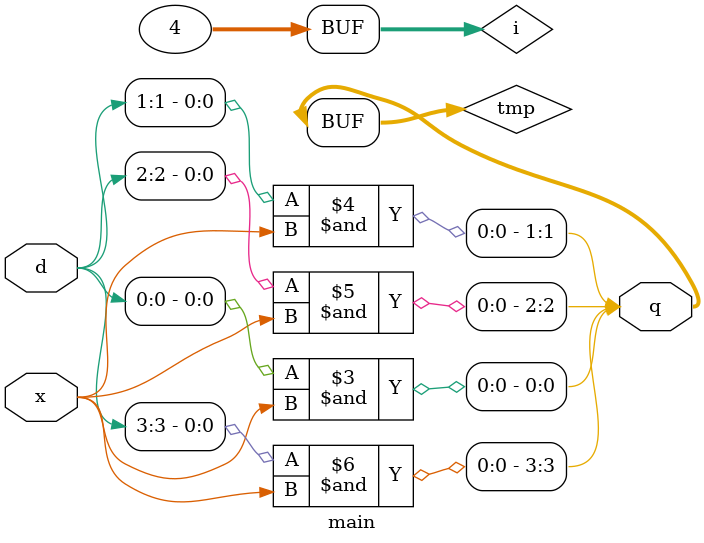
<source format=v>
module main
(
    input x,
    input [3:0] d,
    output reg [3:0] q
);
    reg [3:0] tmp;
    integer i;
    always @ (d or x)
        begin
            for(i=0;i<4;i=i+1)
                begin
                    tmp[i] = d[i] & x;
                end
            q = tmp;
        end
endmodule
</source>
